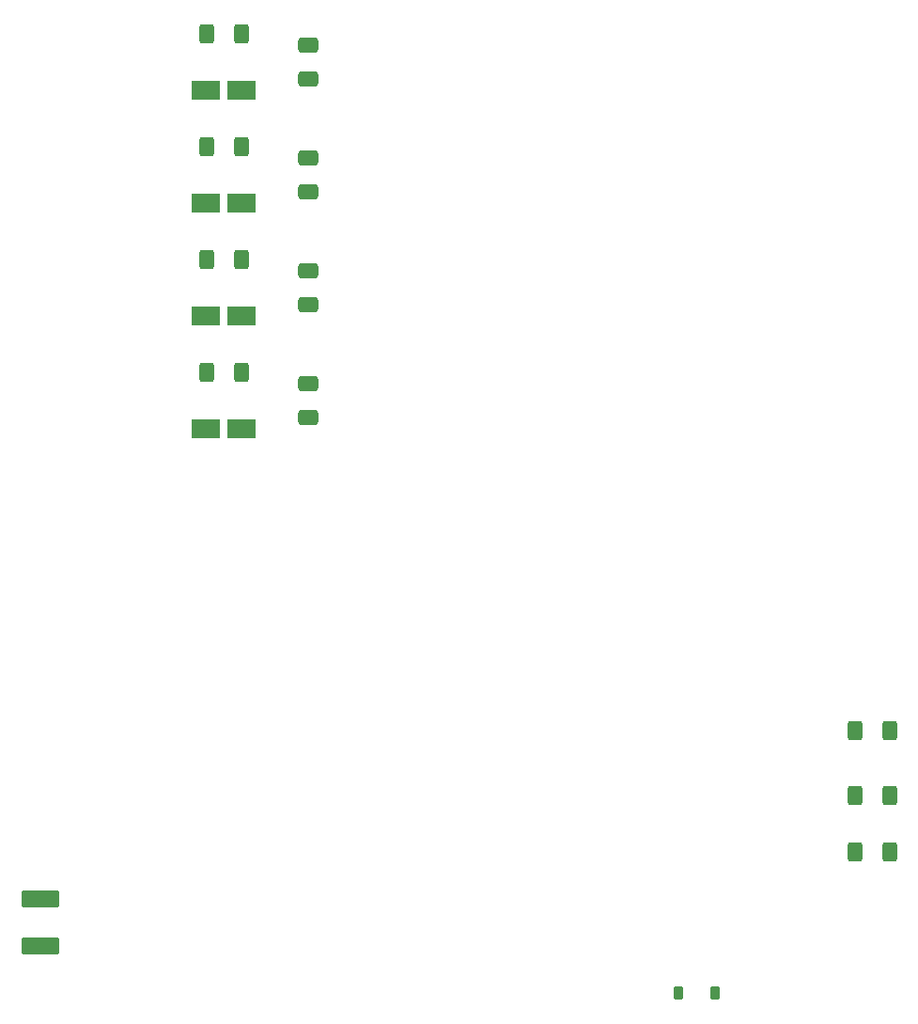
<source format=gbr>
%TF.GenerationSoftware,KiCad,Pcbnew,8.0.4-8.0.4-0~ubuntu22.04.1*%
%TF.CreationDate,2024-08-03T21:35:52+03:00*%
%TF.ProjectId,PM-AI8-U,504d2d41-4938-42d5-952e-6b696361645f,rev?*%
%TF.SameCoordinates,Original*%
%TF.FileFunction,Paste,Bot*%
%TF.FilePolarity,Positive*%
%FSLAX46Y46*%
G04 Gerber Fmt 4.6, Leading zero omitted, Abs format (unit mm)*
G04 Created by KiCad (PCBNEW 8.0.4-8.0.4-0~ubuntu22.04.1) date 2024-08-03 21:35:52*
%MOMM*%
%LPD*%
G01*
G04 APERTURE LIST*
G04 Aperture macros list*
%AMRoundRect*
0 Rectangle with rounded corners*
0 $1 Rounding radius*
0 $2 $3 $4 $5 $6 $7 $8 $9 X,Y pos of 4 corners*
0 Add a 4 corners polygon primitive as box body*
4,1,4,$2,$3,$4,$5,$6,$7,$8,$9,$2,$3,0*
0 Add four circle primitives for the rounded corners*
1,1,$1+$1,$2,$3*
1,1,$1+$1,$4,$5*
1,1,$1+$1,$6,$7*
1,1,$1+$1,$8,$9*
0 Add four rect primitives between the rounded corners*
20,1,$1+$1,$2,$3,$4,$5,0*
20,1,$1+$1,$4,$5,$6,$7,0*
20,1,$1+$1,$6,$7,$8,$9,0*
20,1,$1+$1,$8,$9,$2,$3,0*%
G04 Aperture macros list end*
%ADD10R,2.565400X1.651000*%
%ADD11RoundRect,0.250000X-0.400000X-0.625000X0.400000X-0.625000X0.400000X0.625000X-0.400000X0.625000X0*%
%ADD12RoundRect,0.250000X-0.650000X0.412500X-0.650000X-0.412500X0.650000X-0.412500X0.650000X0.412500X0*%
%ADD13RoundRect,0.250000X0.400000X0.625000X-0.400000X0.625000X-0.400000X-0.625000X0.400000X-0.625000X0*%
%ADD14RoundRect,0.250000X1.450000X-0.537500X1.450000X0.537500X-1.450000X0.537500X-1.450000X-0.537500X0*%
%ADD15RoundRect,0.225000X0.225000X0.375000X-0.225000X0.375000X-0.225000X-0.375000X0.225000X-0.375000X0*%
G04 APERTURE END LIST*
D10*
%TO.C,D4*%
X57492900Y-71120000D03*
X54267100Y-71120000D03*
%TD*%
%TO.C,D2*%
X57492900Y-60960000D03*
X54267100Y-60960000D03*
%TD*%
%TO.C,D8*%
X57492900Y-91440000D03*
X54267100Y-91440000D03*
%TD*%
%TO.C,D6*%
X57492900Y-81280000D03*
X54267100Y-81280000D03*
%TD*%
D11*
%TO.C,R4*%
X54330000Y-66040000D03*
X57430000Y-66040000D03*
%TD*%
D12*
%TO.C,C6*%
X63500000Y-77177500D03*
X63500000Y-80302500D03*
%TD*%
D13*
%TO.C,R17*%
X115850000Y-118630000D03*
X112750000Y-118630000D03*
%TD*%
D11*
%TO.C,R8*%
X54330000Y-86360000D03*
X57430000Y-86360000D03*
%TD*%
D12*
%TO.C,C8*%
X63500000Y-87337500D03*
X63500000Y-90462500D03*
%TD*%
D11*
%TO.C,R2*%
X54330000Y-55880000D03*
X57430000Y-55880000D03*
%TD*%
D12*
%TO.C,C2*%
X63500000Y-56857500D03*
X63500000Y-59982500D03*
%TD*%
D11*
%TO.C,R6*%
X54330000Y-76200000D03*
X57430000Y-76200000D03*
%TD*%
D13*
%TO.C,R16*%
X115850000Y-124460000D03*
X112750000Y-124460000D03*
%TD*%
D12*
%TO.C,C4*%
X63500000Y-67017500D03*
X63500000Y-70142500D03*
%TD*%
D14*
%TO.C,C9*%
X39370000Y-138027500D03*
X39370000Y-133752500D03*
%TD*%
D13*
%TO.C,R15*%
X115850000Y-129540000D03*
X112750000Y-129540000D03*
%TD*%
D15*
%TO.C,D13*%
X100150800Y-142240000D03*
X96850800Y-142240000D03*
%TD*%
M02*

</source>
